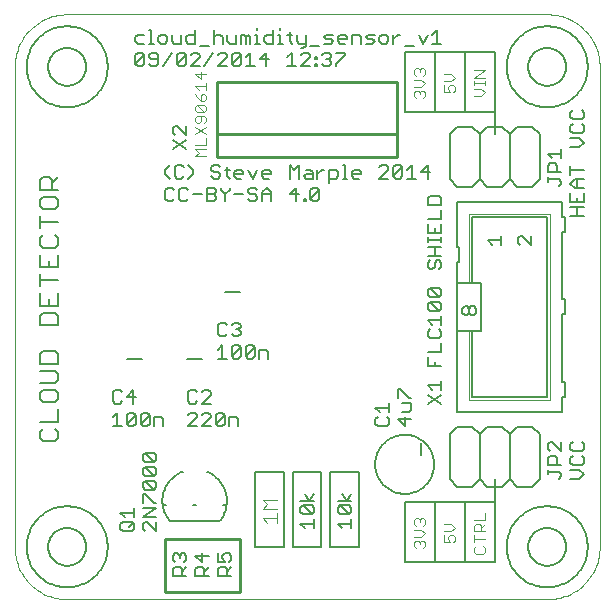
<source format=gto>
G75*
G70*
%OFA0B0*%
%FSLAX24Y24*%
%IPPOS*%
%LPD*%
%AMOC8*
5,1,8,0,0,1.08239X$1,22.5*
%
%ADD10C,0.0000*%
%ADD11C,0.0080*%
%ADD12C,0.0050*%
%ADD13C,0.0100*%
%ADD14C,0.0030*%
%ADD15C,0.0060*%
%ADD16C,0.0020*%
%ADD17C,0.0040*%
D10*
X001175Y002925D02*
X001175Y018925D01*
X001177Y019008D01*
X001183Y019091D01*
X001193Y019174D01*
X001207Y019256D01*
X001224Y019338D01*
X001246Y019418D01*
X001271Y019497D01*
X001300Y019575D01*
X001333Y019652D01*
X001370Y019727D01*
X001409Y019800D01*
X001453Y019871D01*
X001499Y019940D01*
X001549Y020007D01*
X001602Y020071D01*
X001658Y020133D01*
X001717Y020192D01*
X001779Y020248D01*
X001843Y020301D01*
X001910Y020351D01*
X001979Y020397D01*
X002050Y020441D01*
X002123Y020480D01*
X002198Y020517D01*
X002275Y020550D01*
X002353Y020579D01*
X002432Y020604D01*
X002512Y020626D01*
X002594Y020643D01*
X002676Y020657D01*
X002759Y020667D01*
X002842Y020673D01*
X002925Y020675D01*
X018925Y020675D01*
X019008Y020673D01*
X019091Y020667D01*
X019174Y020657D01*
X019256Y020643D01*
X019338Y020626D01*
X019418Y020604D01*
X019497Y020579D01*
X019575Y020550D01*
X019652Y020517D01*
X019727Y020480D01*
X019800Y020441D01*
X019871Y020397D01*
X019940Y020351D01*
X020007Y020301D01*
X020071Y020248D01*
X020133Y020192D01*
X020192Y020133D01*
X020248Y020071D01*
X020301Y020007D01*
X020351Y019940D01*
X020397Y019871D01*
X020441Y019800D01*
X020480Y019727D01*
X020517Y019652D01*
X020550Y019575D01*
X020579Y019497D01*
X020604Y019418D01*
X020626Y019338D01*
X020643Y019256D01*
X020657Y019174D01*
X020667Y019091D01*
X020673Y019008D01*
X020675Y018925D01*
X020675Y002925D01*
X020673Y002842D01*
X020667Y002759D01*
X020657Y002676D01*
X020643Y002594D01*
X020626Y002512D01*
X020604Y002432D01*
X020579Y002353D01*
X020550Y002275D01*
X020517Y002198D01*
X020480Y002123D01*
X020441Y002050D01*
X020397Y001979D01*
X020351Y001910D01*
X020301Y001843D01*
X020248Y001779D01*
X020192Y001717D01*
X020133Y001658D01*
X020071Y001602D01*
X020007Y001549D01*
X019940Y001499D01*
X019871Y001453D01*
X019800Y001409D01*
X019727Y001370D01*
X019652Y001333D01*
X019575Y001300D01*
X019497Y001271D01*
X019418Y001246D01*
X019338Y001224D01*
X019256Y001207D01*
X019174Y001193D01*
X019091Y001183D01*
X019008Y001177D01*
X018925Y001175D01*
X002925Y001175D01*
X002842Y001177D01*
X002759Y001183D01*
X002676Y001193D01*
X002594Y001207D01*
X002512Y001224D01*
X002432Y001246D01*
X002353Y001271D01*
X002275Y001300D01*
X002198Y001333D01*
X002123Y001370D01*
X002050Y001409D01*
X001979Y001453D01*
X001910Y001499D01*
X001843Y001549D01*
X001779Y001602D01*
X001717Y001658D01*
X001658Y001717D01*
X001602Y001779D01*
X001549Y001843D01*
X001499Y001910D01*
X001453Y001979D01*
X001409Y002050D01*
X001370Y002123D01*
X001333Y002198D01*
X001300Y002275D01*
X001271Y002353D01*
X001246Y002432D01*
X001224Y002512D01*
X001207Y002594D01*
X001193Y002676D01*
X001183Y002759D01*
X001177Y002842D01*
X001175Y002925D01*
D11*
X002295Y002925D02*
X002297Y002975D01*
X002303Y003025D01*
X002313Y003074D01*
X002327Y003122D01*
X002344Y003169D01*
X002365Y003214D01*
X002390Y003258D01*
X002418Y003299D01*
X002450Y003338D01*
X002484Y003375D01*
X002521Y003409D01*
X002561Y003439D01*
X002603Y003466D01*
X002647Y003490D01*
X002693Y003511D01*
X002740Y003527D01*
X002788Y003540D01*
X002838Y003549D01*
X002887Y003554D01*
X002938Y003555D01*
X002988Y003552D01*
X003037Y003545D01*
X003086Y003534D01*
X003134Y003519D01*
X003180Y003501D01*
X003225Y003479D01*
X003268Y003453D01*
X003309Y003424D01*
X003348Y003392D01*
X003384Y003357D01*
X003416Y003319D01*
X003446Y003279D01*
X003473Y003236D01*
X003496Y003192D01*
X003515Y003146D01*
X003531Y003098D01*
X003543Y003049D01*
X003551Y003000D01*
X003555Y002950D01*
X003555Y002900D01*
X003551Y002850D01*
X003543Y002801D01*
X003531Y002752D01*
X003515Y002704D01*
X003496Y002658D01*
X003473Y002614D01*
X003446Y002571D01*
X003416Y002531D01*
X003384Y002493D01*
X003348Y002458D01*
X003309Y002426D01*
X003268Y002397D01*
X003225Y002371D01*
X003180Y002349D01*
X003134Y002331D01*
X003086Y002316D01*
X003037Y002305D01*
X002988Y002298D01*
X002938Y002295D01*
X002887Y002296D01*
X002838Y002301D01*
X002788Y002310D01*
X002740Y002323D01*
X002693Y002339D01*
X002647Y002360D01*
X002603Y002384D01*
X002561Y002411D01*
X002521Y002441D01*
X002484Y002475D01*
X002450Y002512D01*
X002418Y002551D01*
X002390Y002592D01*
X002365Y002636D01*
X002344Y002681D01*
X002327Y002728D01*
X002313Y002776D01*
X002303Y002825D01*
X002297Y002875D01*
X002295Y002925D01*
X002118Y006453D02*
X002532Y006453D01*
X002635Y006557D01*
X002635Y006763D01*
X002532Y006867D01*
X002635Y007098D02*
X002635Y007511D01*
X002532Y007742D02*
X002635Y007846D01*
X002635Y008053D01*
X002532Y008156D01*
X002118Y008156D01*
X002014Y008053D01*
X002014Y007846D01*
X002118Y007742D01*
X002532Y007742D01*
X002532Y008387D02*
X002014Y008387D01*
X002014Y008800D02*
X002532Y008800D01*
X002635Y008697D01*
X002635Y008490D01*
X002532Y008387D01*
X002635Y009031D02*
X002014Y009031D01*
X002014Y009342D01*
X002118Y009445D01*
X002532Y009445D01*
X002635Y009342D01*
X002635Y009031D01*
X002635Y010320D02*
X002014Y010320D01*
X002014Y010631D01*
X002118Y010734D01*
X002532Y010734D01*
X002635Y010631D01*
X002635Y010320D01*
X002635Y010965D02*
X002014Y010965D01*
X002014Y011379D01*
X002014Y011610D02*
X002014Y012023D01*
X002014Y011816D02*
X002635Y011816D01*
X002635Y011379D02*
X002635Y010965D01*
X002325Y010965D02*
X002325Y011172D01*
X002325Y012254D02*
X002325Y012461D01*
X002635Y012254D02*
X002014Y012254D01*
X002014Y012668D01*
X002118Y012899D02*
X002532Y012899D01*
X002635Y013002D01*
X002635Y013209D01*
X002532Y013312D01*
X002118Y013312D02*
X002014Y013209D01*
X002014Y013002D01*
X002118Y012899D01*
X002014Y013543D02*
X002014Y013957D01*
X002014Y013750D02*
X002635Y013750D01*
X002532Y014188D02*
X002635Y014291D01*
X002635Y014498D01*
X002532Y014601D01*
X002118Y014601D01*
X002014Y014498D01*
X002014Y014291D01*
X002118Y014188D01*
X002532Y014188D01*
X002635Y014832D02*
X002014Y014832D01*
X002014Y015143D01*
X002118Y015246D01*
X002325Y015246D01*
X002428Y015143D01*
X002428Y014832D01*
X002428Y015039D02*
X002635Y015246D01*
X002635Y012668D02*
X002635Y012254D01*
X004925Y009175D02*
X005425Y009175D01*
X006925Y009175D02*
X007425Y009175D01*
X008175Y011425D02*
X008675Y011425D01*
X002635Y007098D02*
X002014Y007098D01*
X002118Y006867D02*
X002014Y006763D01*
X002014Y006557D01*
X002118Y006453D01*
X006130Y004325D02*
X006225Y004325D01*
X006350Y003775D02*
X008000Y003775D01*
X008125Y004325D02*
X008220Y004325D01*
X007215Y004325D02*
X007135Y004325D01*
X006351Y003775D02*
X006312Y003824D01*
X006275Y003875D01*
X006242Y003928D01*
X006212Y003982D01*
X006186Y004039D01*
X006163Y004097D01*
X006143Y004156D01*
X006127Y004217D01*
X006115Y004278D01*
X006106Y004340D01*
X006101Y004402D01*
X006100Y004465D01*
X006103Y004527D01*
X006109Y004590D01*
X006119Y004651D01*
X006133Y004712D01*
X006150Y004772D01*
X006171Y004831D01*
X006195Y004889D01*
X006223Y004945D01*
X006254Y004999D01*
X006289Y005051D01*
X006326Y005101D01*
X006366Y005149D01*
X006410Y005194D01*
X006455Y005237D01*
X006504Y005277D01*
X006554Y005313D01*
X006607Y005347D01*
X006661Y005378D01*
X006718Y005405D01*
X006775Y005428D01*
X007575Y005428D02*
X007632Y005405D01*
X007689Y005378D01*
X007743Y005347D01*
X007796Y005313D01*
X007846Y005277D01*
X007895Y005237D01*
X007940Y005194D01*
X007984Y005149D01*
X008024Y005101D01*
X008061Y005051D01*
X008096Y004999D01*
X008127Y004945D01*
X008155Y004889D01*
X008179Y004831D01*
X008200Y004772D01*
X008217Y004712D01*
X008231Y004651D01*
X008241Y004590D01*
X008247Y004527D01*
X008250Y004465D01*
X008249Y004402D01*
X008244Y004340D01*
X008235Y004278D01*
X008223Y004217D01*
X008207Y004156D01*
X008187Y004097D01*
X008164Y004039D01*
X008138Y003982D01*
X008108Y003928D01*
X008075Y003875D01*
X008038Y003824D01*
X007999Y003775D01*
X009203Y002935D02*
X009203Y005415D01*
X010147Y005415D01*
X010147Y002935D01*
X009203Y002935D01*
X010453Y002935D02*
X010453Y005415D01*
X011397Y005415D01*
X011397Y002935D01*
X010453Y002935D01*
X011703Y002935D02*
X011703Y005415D01*
X012647Y005415D01*
X012647Y002935D01*
X011703Y002935D01*
X014175Y002425D02*
X014175Y004425D01*
X015175Y004425D01*
X015175Y002425D01*
X016175Y002425D01*
X016175Y004425D01*
X017175Y004425D01*
X017175Y005175D01*
X017175Y004425D02*
X017175Y002425D01*
X016175Y002425D01*
X015175Y002425D02*
X014175Y002425D01*
X015175Y004425D02*
X016175Y004425D01*
X014725Y005975D02*
X014725Y006375D01*
X013191Y005675D02*
X013193Y005737D01*
X013199Y005800D01*
X013209Y005861D01*
X013223Y005922D01*
X013240Y005982D01*
X013261Y006041D01*
X013287Y006098D01*
X013315Y006153D01*
X013347Y006207D01*
X013383Y006258D01*
X013421Y006308D01*
X013463Y006354D01*
X013507Y006398D01*
X013555Y006439D01*
X013604Y006477D01*
X013656Y006511D01*
X013710Y006542D01*
X013766Y006570D01*
X013824Y006594D01*
X013883Y006615D01*
X013943Y006631D01*
X014004Y006644D01*
X014066Y006653D01*
X014128Y006658D01*
X014191Y006659D01*
X014253Y006656D01*
X014315Y006649D01*
X014377Y006638D01*
X014437Y006623D01*
X014497Y006605D01*
X014555Y006583D01*
X014612Y006557D01*
X014667Y006527D01*
X014720Y006494D01*
X014771Y006458D01*
X014819Y006419D01*
X014865Y006376D01*
X014908Y006331D01*
X014948Y006283D01*
X014985Y006233D01*
X015019Y006180D01*
X015050Y006126D01*
X015076Y006070D01*
X015100Y006012D01*
X015119Y005952D01*
X015135Y005892D01*
X015147Y005830D01*
X015155Y005769D01*
X015159Y005706D01*
X015159Y005644D01*
X015155Y005581D01*
X015147Y005520D01*
X015135Y005458D01*
X015119Y005398D01*
X015100Y005338D01*
X015076Y005280D01*
X015050Y005224D01*
X015019Y005170D01*
X014985Y005117D01*
X014948Y005067D01*
X014908Y005019D01*
X014865Y004974D01*
X014819Y004931D01*
X014771Y004892D01*
X014720Y004856D01*
X014667Y004823D01*
X014612Y004793D01*
X014555Y004767D01*
X014497Y004745D01*
X014437Y004727D01*
X014377Y004712D01*
X014315Y004701D01*
X014253Y004694D01*
X014191Y004691D01*
X014128Y004692D01*
X014066Y004697D01*
X014004Y004706D01*
X013943Y004719D01*
X013883Y004735D01*
X013824Y004756D01*
X013766Y004780D01*
X013710Y004808D01*
X013656Y004839D01*
X013604Y004873D01*
X013555Y004911D01*
X013507Y004952D01*
X013463Y004996D01*
X013421Y005042D01*
X013383Y005092D01*
X013347Y005143D01*
X013315Y005197D01*
X013287Y005252D01*
X013261Y005309D01*
X013240Y005368D01*
X013223Y005428D01*
X013209Y005489D01*
X013199Y005550D01*
X013193Y005613D01*
X013191Y005675D01*
X018295Y002925D02*
X018297Y002975D01*
X018303Y003025D01*
X018313Y003074D01*
X018327Y003122D01*
X018344Y003169D01*
X018365Y003214D01*
X018390Y003258D01*
X018418Y003299D01*
X018450Y003338D01*
X018484Y003375D01*
X018521Y003409D01*
X018561Y003439D01*
X018603Y003466D01*
X018647Y003490D01*
X018693Y003511D01*
X018740Y003527D01*
X018788Y003540D01*
X018838Y003549D01*
X018887Y003554D01*
X018938Y003555D01*
X018988Y003552D01*
X019037Y003545D01*
X019086Y003534D01*
X019134Y003519D01*
X019180Y003501D01*
X019225Y003479D01*
X019268Y003453D01*
X019309Y003424D01*
X019348Y003392D01*
X019384Y003357D01*
X019416Y003319D01*
X019446Y003279D01*
X019473Y003236D01*
X019496Y003192D01*
X019515Y003146D01*
X019531Y003098D01*
X019543Y003049D01*
X019551Y003000D01*
X019555Y002950D01*
X019555Y002900D01*
X019551Y002850D01*
X019543Y002801D01*
X019531Y002752D01*
X019515Y002704D01*
X019496Y002658D01*
X019473Y002614D01*
X019446Y002571D01*
X019416Y002531D01*
X019384Y002493D01*
X019348Y002458D01*
X019309Y002426D01*
X019268Y002397D01*
X019225Y002371D01*
X019180Y002349D01*
X019134Y002331D01*
X019086Y002316D01*
X019037Y002305D01*
X018988Y002298D01*
X018938Y002295D01*
X018887Y002296D01*
X018838Y002301D01*
X018788Y002310D01*
X018740Y002323D01*
X018693Y002339D01*
X018647Y002360D01*
X018603Y002384D01*
X018561Y002411D01*
X018521Y002441D01*
X018484Y002475D01*
X018450Y002512D01*
X018418Y002551D01*
X018390Y002592D01*
X018365Y002636D01*
X018344Y002681D01*
X018327Y002728D01*
X018313Y002776D01*
X018303Y002825D01*
X018297Y002875D01*
X018295Y002925D01*
X017175Y016675D02*
X017175Y017425D01*
X017175Y019425D01*
X016175Y019425D01*
X016175Y017425D01*
X017175Y017425D01*
X016175Y017425D02*
X015175Y017425D01*
X015175Y019425D01*
X016175Y019425D01*
X015175Y019425D02*
X014175Y019425D01*
X014175Y017425D01*
X015175Y017425D01*
X018295Y018925D02*
X018297Y018975D01*
X018303Y019025D01*
X018313Y019074D01*
X018327Y019122D01*
X018344Y019169D01*
X018365Y019214D01*
X018390Y019258D01*
X018418Y019299D01*
X018450Y019338D01*
X018484Y019375D01*
X018521Y019409D01*
X018561Y019439D01*
X018603Y019466D01*
X018647Y019490D01*
X018693Y019511D01*
X018740Y019527D01*
X018788Y019540D01*
X018838Y019549D01*
X018887Y019554D01*
X018938Y019555D01*
X018988Y019552D01*
X019037Y019545D01*
X019086Y019534D01*
X019134Y019519D01*
X019180Y019501D01*
X019225Y019479D01*
X019268Y019453D01*
X019309Y019424D01*
X019348Y019392D01*
X019384Y019357D01*
X019416Y019319D01*
X019446Y019279D01*
X019473Y019236D01*
X019496Y019192D01*
X019515Y019146D01*
X019531Y019098D01*
X019543Y019049D01*
X019551Y019000D01*
X019555Y018950D01*
X019555Y018900D01*
X019551Y018850D01*
X019543Y018801D01*
X019531Y018752D01*
X019515Y018704D01*
X019496Y018658D01*
X019473Y018614D01*
X019446Y018571D01*
X019416Y018531D01*
X019384Y018493D01*
X019348Y018458D01*
X019309Y018426D01*
X019268Y018397D01*
X019225Y018371D01*
X019180Y018349D01*
X019134Y018331D01*
X019086Y018316D01*
X019037Y018305D01*
X018988Y018298D01*
X018938Y018295D01*
X018887Y018296D01*
X018838Y018301D01*
X018788Y018310D01*
X018740Y018323D01*
X018693Y018339D01*
X018647Y018360D01*
X018603Y018384D01*
X018561Y018411D01*
X018521Y018441D01*
X018484Y018475D01*
X018450Y018512D01*
X018418Y018551D01*
X018390Y018592D01*
X018365Y018636D01*
X018344Y018681D01*
X018327Y018728D01*
X018313Y018776D01*
X018303Y018825D01*
X018297Y018875D01*
X018295Y018925D01*
X002295Y018925D02*
X002297Y018975D01*
X002303Y019025D01*
X002313Y019074D01*
X002327Y019122D01*
X002344Y019169D01*
X002365Y019214D01*
X002390Y019258D01*
X002418Y019299D01*
X002450Y019338D01*
X002484Y019375D01*
X002521Y019409D01*
X002561Y019439D01*
X002603Y019466D01*
X002647Y019490D01*
X002693Y019511D01*
X002740Y019527D01*
X002788Y019540D01*
X002838Y019549D01*
X002887Y019554D01*
X002938Y019555D01*
X002988Y019552D01*
X003037Y019545D01*
X003086Y019534D01*
X003134Y019519D01*
X003180Y019501D01*
X003225Y019479D01*
X003268Y019453D01*
X003309Y019424D01*
X003348Y019392D01*
X003384Y019357D01*
X003416Y019319D01*
X003446Y019279D01*
X003473Y019236D01*
X003496Y019192D01*
X003515Y019146D01*
X003531Y019098D01*
X003543Y019049D01*
X003551Y019000D01*
X003555Y018950D01*
X003555Y018900D01*
X003551Y018850D01*
X003543Y018801D01*
X003531Y018752D01*
X003515Y018704D01*
X003496Y018658D01*
X003473Y018614D01*
X003446Y018571D01*
X003416Y018531D01*
X003384Y018493D01*
X003348Y018458D01*
X003309Y018426D01*
X003268Y018397D01*
X003225Y018371D01*
X003180Y018349D01*
X003134Y018331D01*
X003086Y018316D01*
X003037Y018305D01*
X002988Y018298D01*
X002938Y018295D01*
X002887Y018296D01*
X002838Y018301D01*
X002788Y018310D01*
X002740Y018323D01*
X002693Y018339D01*
X002647Y018360D01*
X002603Y018384D01*
X002561Y018411D01*
X002521Y018441D01*
X002484Y018475D01*
X002450Y018512D01*
X002418Y018551D01*
X002390Y018592D01*
X002365Y018636D01*
X002344Y018681D01*
X002327Y018728D01*
X002313Y018776D01*
X002303Y018825D01*
X002297Y018875D01*
X002295Y018925D01*
D12*
X005200Y019025D02*
X005500Y019325D01*
X005500Y019025D01*
X005425Y018950D01*
X005275Y018950D01*
X005200Y019025D01*
X005200Y019325D01*
X005275Y019400D01*
X005425Y019400D01*
X005500Y019325D01*
X005660Y019325D02*
X005660Y019250D01*
X005735Y019175D01*
X005961Y019175D01*
X005961Y019025D02*
X005961Y019325D01*
X005886Y019400D01*
X005735Y019400D01*
X005660Y019325D01*
X005660Y019025D02*
X005735Y018950D01*
X005886Y018950D01*
X005961Y019025D01*
X006121Y018950D02*
X006421Y019400D01*
X006581Y019325D02*
X006581Y019025D01*
X006881Y019325D01*
X006881Y019025D01*
X006806Y018950D01*
X006656Y018950D01*
X006581Y019025D01*
X006581Y019325D02*
X006656Y019400D01*
X006806Y019400D01*
X006881Y019325D01*
X007042Y019325D02*
X007117Y019400D01*
X007267Y019400D01*
X007342Y019325D01*
X007342Y019250D01*
X007042Y018950D01*
X007342Y018950D01*
X007502Y018950D02*
X007802Y019400D01*
X007962Y019325D02*
X008037Y019400D01*
X008188Y019400D01*
X008263Y019325D01*
X008263Y019250D01*
X007962Y018950D01*
X008263Y018950D01*
X008423Y019025D02*
X008723Y019325D01*
X008723Y019025D01*
X008648Y018950D01*
X008498Y018950D01*
X008423Y019025D01*
X008423Y019325D01*
X008498Y019400D01*
X008648Y019400D01*
X008723Y019325D01*
X008883Y019250D02*
X009033Y019400D01*
X009033Y018950D01*
X008883Y018950D02*
X009183Y018950D01*
X009344Y019175D02*
X009644Y019175D01*
X009569Y018950D02*
X009569Y019400D01*
X009344Y019175D01*
X009340Y019700D02*
X009190Y019700D01*
X009265Y019700D02*
X009265Y020000D01*
X009190Y020000D01*
X009265Y020150D02*
X009265Y020225D01*
X009497Y019925D02*
X009572Y020000D01*
X009797Y020000D01*
X009797Y020150D02*
X009797Y019700D01*
X009572Y019700D01*
X009497Y019775D01*
X009497Y019925D01*
X009957Y020000D02*
X010032Y020000D01*
X010032Y019700D01*
X009957Y019700D02*
X010108Y019700D01*
X010339Y019775D02*
X010339Y020075D01*
X010264Y020000D02*
X010414Y020000D01*
X010571Y020000D02*
X010571Y019775D01*
X010646Y019700D01*
X010871Y019700D01*
X010871Y019625D02*
X010796Y019550D01*
X010721Y019550D01*
X010871Y019625D02*
X010871Y020000D01*
X011032Y019625D02*
X011332Y019625D01*
X011492Y019700D02*
X011717Y019700D01*
X011792Y019775D01*
X011717Y019850D01*
X011567Y019850D01*
X011492Y019925D01*
X011567Y020000D01*
X011792Y020000D01*
X011952Y019925D02*
X011952Y019775D01*
X012027Y019700D01*
X012178Y019700D01*
X012253Y019850D02*
X012253Y019925D01*
X012178Y020000D01*
X012027Y020000D01*
X011952Y019925D01*
X011952Y019850D02*
X012253Y019850D01*
X012413Y019700D02*
X012413Y020000D01*
X012638Y020000D01*
X012713Y019925D01*
X012713Y019700D01*
X012873Y019700D02*
X013098Y019700D01*
X013173Y019775D01*
X013098Y019850D01*
X012948Y019850D01*
X012873Y019925D01*
X012948Y020000D01*
X013173Y020000D01*
X013334Y019925D02*
X013334Y019775D01*
X013409Y019700D01*
X013559Y019700D01*
X013634Y019775D01*
X013634Y019925D01*
X013559Y020000D01*
X013409Y020000D01*
X013334Y019925D01*
X013794Y019850D02*
X013944Y020000D01*
X014019Y020000D01*
X013794Y020000D02*
X013794Y019700D01*
X014178Y019625D02*
X014478Y019625D01*
X014788Y019700D02*
X014938Y020000D01*
X015098Y020000D02*
X015249Y020150D01*
X015249Y019700D01*
X015399Y019700D02*
X015098Y019700D01*
X014788Y019700D02*
X014638Y020000D01*
X012176Y019400D02*
X012176Y019325D01*
X011876Y019025D01*
X011876Y018950D01*
X011716Y019025D02*
X011640Y018950D01*
X011490Y018950D01*
X011415Y019025D01*
X011260Y019025D02*
X011260Y018950D01*
X011185Y018950D01*
X011185Y019025D01*
X011260Y019025D01*
X011260Y019175D02*
X011185Y019175D01*
X011185Y019250D01*
X011260Y019250D01*
X011260Y019175D01*
X011415Y019325D02*
X011490Y019400D01*
X011640Y019400D01*
X011716Y019325D01*
X011716Y019250D01*
X011640Y019175D01*
X011716Y019100D01*
X011716Y019025D01*
X011640Y019175D02*
X011565Y019175D01*
X011876Y019400D02*
X012176Y019400D01*
X011025Y019325D02*
X010950Y019400D01*
X010800Y019400D01*
X010725Y019325D01*
X011025Y019325D02*
X011025Y019250D01*
X010725Y018950D01*
X011025Y018950D01*
X010565Y018950D02*
X010264Y018950D01*
X010414Y018950D02*
X010414Y019400D01*
X010264Y019250D01*
X010414Y019700D02*
X010339Y019775D01*
X010032Y020150D02*
X010032Y020225D01*
X009030Y019925D02*
X009030Y019700D01*
X008880Y019700D02*
X008880Y019925D01*
X008955Y020000D01*
X009030Y019925D01*
X008880Y019925D02*
X008805Y020000D01*
X008730Y020000D01*
X008730Y019700D01*
X008570Y019700D02*
X008570Y020000D01*
X008570Y019700D02*
X008344Y019700D01*
X008269Y019775D01*
X008269Y020000D01*
X008109Y019925D02*
X008109Y019700D01*
X008109Y019925D02*
X008034Y020000D01*
X007884Y020000D01*
X007809Y019925D01*
X007809Y020150D02*
X007809Y019700D01*
X007649Y019625D02*
X007348Y019625D01*
X007188Y019700D02*
X006963Y019700D01*
X006888Y019775D01*
X006888Y019925D01*
X006963Y020000D01*
X007188Y020000D01*
X007188Y020150D02*
X007188Y019700D01*
X006728Y019700D02*
X006728Y020000D01*
X006728Y019700D02*
X006503Y019700D01*
X006428Y019775D01*
X006428Y020000D01*
X006268Y019925D02*
X006268Y019775D01*
X006193Y019700D01*
X006042Y019700D01*
X005967Y019775D01*
X005967Y019925D01*
X006042Y020000D01*
X006193Y020000D01*
X006268Y019925D01*
X005811Y019700D02*
X005660Y019700D01*
X005735Y019700D02*
X005735Y020150D01*
X005660Y020150D01*
X005500Y020000D02*
X005275Y020000D01*
X005200Y019925D01*
X005200Y019775D01*
X005275Y019700D01*
X005500Y019700D01*
X006525Y016961D02*
X006450Y016886D01*
X006450Y016735D01*
X006525Y016660D01*
X006450Y016500D02*
X006900Y016200D01*
X006900Y016500D02*
X006450Y016200D01*
X006900Y016660D02*
X006600Y016961D01*
X006525Y016961D01*
X006900Y016961D02*
X006900Y016660D01*
X006967Y015650D02*
X007117Y015500D01*
X007117Y015350D01*
X006967Y015200D01*
X006807Y015275D02*
X006732Y015200D01*
X006582Y015200D01*
X006507Y015275D01*
X006507Y015575D01*
X006582Y015650D01*
X006732Y015650D01*
X006807Y015575D01*
X006350Y015650D02*
X006200Y015500D01*
X006200Y015350D01*
X006350Y015200D01*
X006275Y014900D02*
X006200Y014825D01*
X006200Y014525D01*
X006275Y014450D01*
X006425Y014450D01*
X006500Y014525D01*
X006660Y014525D02*
X006660Y014825D01*
X006735Y014900D01*
X006886Y014900D01*
X006961Y014825D01*
X007121Y014675D02*
X007421Y014675D01*
X007581Y014675D02*
X007806Y014675D01*
X007881Y014600D01*
X007881Y014525D01*
X007806Y014450D01*
X007581Y014450D01*
X007581Y014900D01*
X007806Y014900D01*
X007881Y014825D01*
X007881Y014750D01*
X007806Y014675D01*
X008042Y014825D02*
X008042Y014900D01*
X008042Y014825D02*
X008192Y014675D01*
X008192Y014450D01*
X008192Y014675D02*
X008342Y014825D01*
X008342Y014900D01*
X008502Y014675D02*
X008802Y014675D01*
X008962Y014750D02*
X009037Y014675D01*
X009188Y014675D01*
X009263Y014600D01*
X009263Y014525D01*
X009188Y014450D01*
X009037Y014450D01*
X008962Y014525D01*
X008962Y014750D02*
X008962Y014825D01*
X009037Y014900D01*
X009188Y014900D01*
X009263Y014825D01*
X009423Y014750D02*
X009423Y014450D01*
X009423Y014675D02*
X009723Y014675D01*
X009723Y014750D02*
X009723Y014450D01*
X009723Y014750D02*
X009573Y014900D01*
X009423Y014750D01*
X009498Y015200D02*
X009423Y015275D01*
X009423Y015425D01*
X009498Y015500D01*
X009648Y015500D01*
X009723Y015425D01*
X009723Y015350D01*
X009423Y015350D01*
X009498Y015200D02*
X009648Y015200D01*
X009263Y015500D02*
X009112Y015200D01*
X008962Y015500D01*
X008802Y015425D02*
X008802Y015350D01*
X008502Y015350D01*
X008502Y015275D02*
X008502Y015425D01*
X008577Y015500D01*
X008727Y015500D01*
X008802Y015425D01*
X008727Y015200D02*
X008577Y015200D01*
X008502Y015275D01*
X008345Y015200D02*
X008270Y015275D01*
X008270Y015575D01*
X008195Y015500D02*
X008345Y015500D01*
X008035Y015575D02*
X007960Y015650D01*
X007810Y015650D01*
X007735Y015575D01*
X007735Y015500D01*
X007810Y015425D01*
X007960Y015425D01*
X008035Y015350D01*
X008035Y015275D01*
X007960Y015200D01*
X007810Y015200D01*
X007735Y015275D01*
X006961Y014525D02*
X006886Y014450D01*
X006735Y014450D01*
X006660Y014525D01*
X006500Y014825D02*
X006425Y014900D01*
X006275Y014900D01*
X010344Y014675D02*
X010644Y014675D01*
X010804Y014525D02*
X010879Y014525D01*
X010879Y014450D01*
X010804Y014450D01*
X010804Y014525D01*
X011034Y014525D02*
X011034Y014825D01*
X011109Y014900D01*
X011259Y014900D01*
X011334Y014825D01*
X011034Y014525D01*
X011109Y014450D01*
X011259Y014450D01*
X011334Y014525D01*
X011334Y014825D01*
X011264Y015200D02*
X011264Y015500D01*
X011264Y015350D02*
X011414Y015500D01*
X011490Y015500D01*
X011648Y015500D02*
X011873Y015500D01*
X011948Y015425D01*
X011948Y015275D01*
X011873Y015200D01*
X011648Y015200D01*
X011648Y015050D02*
X011648Y015500D01*
X012108Y015650D02*
X012183Y015650D01*
X012183Y015200D01*
X012108Y015200D02*
X012258Y015200D01*
X012415Y015275D02*
X012415Y015425D01*
X012490Y015500D01*
X012640Y015500D01*
X012716Y015425D01*
X012716Y015350D01*
X012415Y015350D01*
X012415Y015275D02*
X012490Y015200D01*
X012640Y015200D01*
X013336Y015200D02*
X013636Y015500D01*
X013636Y015575D01*
X013561Y015650D01*
X013411Y015650D01*
X013336Y015575D01*
X013336Y015200D02*
X013636Y015200D01*
X013796Y015275D02*
X014097Y015575D01*
X014097Y015275D01*
X014022Y015200D01*
X013872Y015200D01*
X013796Y015275D01*
X013796Y015575D01*
X013872Y015650D01*
X014022Y015650D01*
X014097Y015575D01*
X014257Y015500D02*
X014407Y015650D01*
X014407Y015200D01*
X014257Y015200D02*
X014557Y015200D01*
X014717Y015425D02*
X015018Y015425D01*
X014942Y015200D02*
X014942Y015650D01*
X014717Y015425D01*
X015025Y014622D02*
X014950Y014546D01*
X014950Y014321D01*
X015400Y014321D01*
X015400Y014546D01*
X015325Y014622D01*
X015025Y014622D01*
X015400Y014161D02*
X015400Y013861D01*
X014950Y013861D01*
X014950Y013701D02*
X014950Y013400D01*
X015400Y013400D01*
X015400Y013701D01*
X015175Y013551D02*
X015175Y013400D01*
X015400Y013244D02*
X015400Y013094D01*
X015400Y013169D02*
X014950Y013169D01*
X014950Y013094D02*
X014950Y013244D01*
X014950Y012933D02*
X015400Y012933D01*
X015175Y012933D02*
X015175Y012633D01*
X015250Y012473D02*
X015325Y012473D01*
X015400Y012398D01*
X015400Y012248D01*
X015325Y012173D01*
X015175Y012248D02*
X015175Y012398D01*
X015250Y012473D01*
X015400Y012633D02*
X014950Y012633D01*
X015025Y012473D02*
X014950Y012398D01*
X014950Y012248D01*
X015025Y012173D01*
X015100Y012173D01*
X015175Y012248D01*
X015025Y011552D02*
X015325Y011552D01*
X015400Y011477D01*
X015400Y011327D01*
X015325Y011252D01*
X015025Y011552D01*
X014950Y011477D01*
X014950Y011327D01*
X015025Y011252D01*
X015325Y011252D01*
X015325Y011092D02*
X015400Y011017D01*
X015400Y010867D01*
X015325Y010792D01*
X015025Y011092D01*
X015325Y011092D01*
X015325Y010792D02*
X015025Y010792D01*
X014950Y010867D01*
X014950Y011017D01*
X015025Y011092D01*
X015400Y010631D02*
X015400Y010331D01*
X015400Y010481D02*
X014950Y010481D01*
X015100Y010331D01*
X015025Y010171D02*
X014950Y010096D01*
X014950Y009946D01*
X015025Y009871D01*
X015325Y009871D01*
X015400Y009946D01*
X015400Y010096D01*
X015325Y010171D01*
X015400Y009711D02*
X015400Y009410D01*
X014950Y009410D01*
X014950Y009250D02*
X014950Y008950D01*
X015400Y008950D01*
X015175Y008950D02*
X015175Y009100D01*
X015400Y008461D02*
X015400Y008160D01*
X015400Y008311D02*
X014950Y008311D01*
X015100Y008160D01*
X014950Y008000D02*
X015400Y007700D01*
X015400Y008000D02*
X014950Y007700D01*
X014400Y007711D02*
X014400Y007485D01*
X014325Y007410D01*
X014100Y007410D01*
X014175Y007250D02*
X014175Y006950D01*
X013950Y007175D01*
X014400Y007175D01*
X014400Y007711D02*
X014100Y007711D01*
X013950Y007871D02*
X013950Y008171D01*
X014025Y008171D01*
X014325Y007871D01*
X014400Y007871D01*
X013650Y007711D02*
X013650Y007410D01*
X013650Y007561D02*
X013200Y007561D01*
X013350Y007410D01*
X013275Y007250D02*
X013200Y007175D01*
X013200Y007025D01*
X013275Y006950D01*
X013575Y006950D01*
X013650Y007025D01*
X013650Y007175D01*
X013575Y007250D01*
X012400Y004694D02*
X012250Y004469D01*
X012100Y004694D01*
X011950Y004469D02*
X012400Y004469D01*
X012325Y004308D02*
X012025Y004308D01*
X012325Y004008D01*
X012400Y004083D01*
X012400Y004233D01*
X012325Y004308D01*
X012325Y004008D02*
X012025Y004008D01*
X011950Y004083D01*
X011950Y004233D01*
X012025Y004308D01*
X012400Y003848D02*
X012400Y003548D01*
X012400Y003698D02*
X011950Y003698D01*
X012100Y003548D01*
X011150Y003548D02*
X011150Y003848D01*
X011150Y003698D02*
X010700Y003698D01*
X010850Y003548D01*
X010775Y004008D02*
X010700Y004083D01*
X010700Y004233D01*
X010775Y004308D01*
X011075Y004008D01*
X011150Y004083D01*
X011150Y004233D01*
X011075Y004308D01*
X010775Y004308D01*
X010700Y004469D02*
X011150Y004469D01*
X011000Y004469D02*
X011150Y004694D01*
X011000Y004469D02*
X010850Y004694D01*
X010775Y004008D02*
X011075Y004008D01*
X008400Y002636D02*
X008400Y002485D01*
X008325Y002410D01*
X008175Y002410D02*
X008100Y002561D01*
X008100Y002636D01*
X008175Y002711D01*
X008325Y002711D01*
X008400Y002636D01*
X008175Y002410D02*
X007950Y002410D01*
X007950Y002711D01*
X007650Y002636D02*
X007200Y002636D01*
X007425Y002410D01*
X007425Y002711D01*
X007425Y002250D02*
X007500Y002175D01*
X007500Y001950D01*
X007650Y001950D02*
X007200Y001950D01*
X007200Y002175D01*
X007275Y002250D01*
X007425Y002250D01*
X007500Y002100D02*
X007650Y002250D01*
X007950Y002175D02*
X008025Y002250D01*
X008175Y002250D01*
X008250Y002175D01*
X008250Y001950D01*
X008400Y001950D02*
X007950Y001950D01*
X007950Y002175D01*
X008250Y002100D02*
X008400Y002250D01*
X006900Y002250D02*
X006750Y002100D01*
X006750Y002175D02*
X006750Y001950D01*
X006900Y001950D02*
X006450Y001950D01*
X006450Y002175D01*
X006525Y002250D01*
X006675Y002250D01*
X006750Y002175D01*
X006825Y002410D02*
X006900Y002485D01*
X006900Y002636D01*
X006825Y002711D01*
X006750Y002711D01*
X006675Y002636D01*
X006675Y002561D01*
X006675Y002636D02*
X006600Y002711D01*
X006525Y002711D01*
X006450Y002636D01*
X006450Y002485D01*
X006525Y002410D01*
X005900Y003450D02*
X005600Y003750D01*
X005525Y003750D01*
X005450Y003675D01*
X005450Y003525D01*
X005525Y003450D01*
X005900Y003450D02*
X005900Y003750D01*
X005900Y003910D02*
X005450Y003910D01*
X005900Y004211D01*
X005450Y004211D01*
X005450Y004371D02*
X005450Y004671D01*
X005525Y004671D01*
X005825Y004371D01*
X005900Y004371D01*
X005825Y004831D02*
X005525Y004831D01*
X005450Y004906D01*
X005450Y005056D01*
X005525Y005131D01*
X005825Y004831D01*
X005900Y004906D01*
X005900Y005056D01*
X005825Y005131D01*
X005525Y005131D01*
X005525Y005292D02*
X005450Y005367D01*
X005450Y005517D01*
X005525Y005592D01*
X005825Y005292D01*
X005900Y005367D01*
X005900Y005517D01*
X005825Y005592D01*
X005525Y005592D01*
X005525Y005752D02*
X005450Y005827D01*
X005450Y005977D01*
X005525Y006052D01*
X005825Y005752D01*
X005900Y005827D01*
X005900Y005977D01*
X005825Y006052D01*
X005525Y006052D01*
X005525Y005752D02*
X005825Y005752D01*
X005825Y005292D02*
X005525Y005292D01*
X005150Y004211D02*
X005150Y003910D01*
X005150Y004061D02*
X004700Y004061D01*
X004850Y003910D01*
X004775Y003750D02*
X004700Y003675D01*
X004700Y003525D01*
X004775Y003450D01*
X005075Y003450D01*
X005150Y003525D01*
X005150Y003675D01*
X005075Y003750D01*
X004775Y003750D01*
X005000Y003600D02*
X005150Y003750D01*
X005136Y006950D02*
X004985Y006950D01*
X004910Y007025D01*
X005211Y007325D01*
X005211Y007025D01*
X005136Y006950D01*
X004910Y007025D02*
X004910Y007325D01*
X004985Y007400D01*
X005136Y007400D01*
X005211Y007325D01*
X005371Y007325D02*
X005371Y007025D01*
X005671Y007325D01*
X005671Y007025D01*
X005596Y006950D01*
X005446Y006950D01*
X005371Y007025D01*
X005371Y007325D02*
X005446Y007400D01*
X005596Y007400D01*
X005671Y007325D01*
X005831Y007250D02*
X006056Y007250D01*
X006131Y007175D01*
X006131Y006950D01*
X005831Y006950D02*
X005831Y007250D01*
X005136Y007700D02*
X005136Y008150D01*
X004910Y007925D01*
X005211Y007925D01*
X004750Y007775D02*
X004675Y007700D01*
X004525Y007700D01*
X004450Y007775D01*
X004450Y008075D01*
X004525Y008150D01*
X004675Y008150D01*
X004750Y008075D01*
X004600Y007400D02*
X004450Y007250D01*
X004600Y007400D02*
X004600Y006950D01*
X004450Y006950D02*
X004750Y006950D01*
X006950Y006950D02*
X007250Y007250D01*
X007250Y007325D01*
X007175Y007400D01*
X007025Y007400D01*
X006950Y007325D01*
X006950Y006950D02*
X007250Y006950D01*
X007410Y006950D02*
X007711Y007250D01*
X007711Y007325D01*
X007636Y007400D01*
X007485Y007400D01*
X007410Y007325D01*
X007410Y006950D02*
X007711Y006950D01*
X007871Y007025D02*
X008171Y007325D01*
X008171Y007025D01*
X008096Y006950D01*
X007946Y006950D01*
X007871Y007025D01*
X007871Y007325D01*
X007946Y007400D01*
X008096Y007400D01*
X008171Y007325D01*
X008331Y007250D02*
X008556Y007250D01*
X008631Y007175D01*
X008631Y006950D01*
X008331Y006950D02*
X008331Y007250D01*
X007711Y007700D02*
X007410Y007700D01*
X007711Y008000D01*
X007711Y008075D01*
X007636Y008150D01*
X007485Y008150D01*
X007410Y008075D01*
X007250Y008075D02*
X007175Y008150D01*
X007025Y008150D01*
X006950Y008075D01*
X006950Y007775D01*
X007025Y007700D01*
X007175Y007700D01*
X007250Y007775D01*
X007950Y009200D02*
X008250Y009200D01*
X008100Y009200D02*
X008100Y009650D01*
X007950Y009500D01*
X008025Y009950D02*
X008175Y009950D01*
X008250Y010025D01*
X008410Y010025D02*
X008485Y009950D01*
X008636Y009950D01*
X008711Y010025D01*
X008711Y010100D01*
X008636Y010175D01*
X008561Y010175D01*
X008636Y010175D02*
X008711Y010250D01*
X008711Y010325D01*
X008636Y010400D01*
X008485Y010400D01*
X008410Y010325D01*
X008250Y010325D02*
X008175Y010400D01*
X008025Y010400D01*
X007950Y010325D01*
X007950Y010025D01*
X008025Y009950D01*
X008410Y009575D02*
X008485Y009650D01*
X008636Y009650D01*
X008711Y009575D01*
X008410Y009275D01*
X008485Y009200D01*
X008636Y009200D01*
X008711Y009275D01*
X008711Y009575D01*
X008871Y009575D02*
X008871Y009275D01*
X009171Y009575D01*
X009171Y009275D01*
X009096Y009200D01*
X008946Y009200D01*
X008871Y009275D01*
X008871Y009575D02*
X008946Y009650D01*
X009096Y009650D01*
X009171Y009575D01*
X009331Y009500D02*
X009331Y009200D01*
X009331Y009500D02*
X009556Y009500D01*
X009631Y009425D01*
X009631Y009200D01*
X008410Y009275D02*
X008410Y009575D01*
X010569Y014450D02*
X010569Y014900D01*
X010344Y014675D01*
X010344Y015200D02*
X010344Y015650D01*
X010494Y015500D01*
X010644Y015650D01*
X010644Y015200D01*
X010804Y015275D02*
X010879Y015350D01*
X011104Y015350D01*
X011104Y015425D02*
X011104Y015200D01*
X010879Y015200D01*
X010804Y015275D01*
X010879Y015500D02*
X011029Y015500D01*
X011104Y015425D01*
X016100Y010865D02*
X016175Y010940D01*
X016250Y010940D01*
X016325Y010865D01*
X016325Y010715D01*
X016250Y010640D01*
X016175Y010640D01*
X016100Y010715D01*
X016100Y010865D01*
X016325Y010865D02*
X016400Y010940D01*
X016475Y010940D01*
X016550Y010865D01*
X016550Y010715D01*
X016475Y010640D01*
X016400Y010640D01*
X016325Y010715D01*
X017100Y012990D02*
X016950Y013140D01*
X017400Y013140D01*
X017400Y012990D02*
X017400Y013290D01*
X017950Y013215D02*
X017950Y013065D01*
X018025Y012990D01*
X017950Y013215D02*
X018025Y013290D01*
X018100Y013290D01*
X018400Y012990D01*
X018400Y013290D01*
X019700Y013950D02*
X020150Y013950D01*
X019925Y013950D02*
X019925Y014250D01*
X019925Y014410D02*
X019925Y014561D01*
X020150Y014410D02*
X020150Y014711D01*
X020150Y014871D02*
X019850Y014871D01*
X019700Y015021D01*
X019850Y015171D01*
X020150Y015171D01*
X019925Y015171D02*
X019925Y014871D01*
X019700Y014711D02*
X019700Y014410D01*
X020150Y014410D01*
X020150Y014250D02*
X019700Y014250D01*
X019325Y014950D02*
X019400Y015025D01*
X019400Y015100D01*
X019325Y015175D01*
X018950Y015175D01*
X018950Y015100D02*
X018950Y015250D01*
X018950Y015410D02*
X018950Y015636D01*
X019025Y015711D01*
X019175Y015711D01*
X019250Y015636D01*
X019250Y015410D01*
X019400Y015410D02*
X018950Y015410D01*
X019100Y015871D02*
X018950Y016021D01*
X019400Y016021D01*
X019400Y015871D02*
X019400Y016171D01*
X019700Y016252D02*
X020000Y016252D01*
X020150Y016402D01*
X020000Y016552D01*
X019700Y016552D01*
X019775Y016712D02*
X020075Y016712D01*
X020150Y016787D01*
X020150Y016938D01*
X020075Y017013D01*
X020075Y017173D02*
X019775Y017173D01*
X019700Y017248D01*
X019700Y017398D01*
X019775Y017473D01*
X020075Y017473D02*
X020150Y017398D01*
X020150Y017248D01*
X020075Y017173D01*
X019775Y017013D02*
X019700Y016938D01*
X019700Y016787D01*
X019775Y016712D01*
X019700Y015631D02*
X019700Y015331D01*
X019700Y015481D02*
X020150Y015481D01*
X020075Y006421D02*
X020150Y006346D01*
X020150Y006196D01*
X020075Y006121D01*
X019775Y006121D01*
X019700Y006196D01*
X019700Y006346D01*
X019775Y006421D01*
X019400Y006421D02*
X019400Y006121D01*
X019100Y006421D01*
X019025Y006421D01*
X018950Y006346D01*
X018950Y006196D01*
X019025Y006121D01*
X019025Y005961D02*
X019175Y005961D01*
X019250Y005886D01*
X019250Y005660D01*
X019400Y005660D02*
X018950Y005660D01*
X018950Y005886D01*
X019025Y005961D01*
X018950Y005500D02*
X018950Y005350D01*
X018950Y005425D02*
X019325Y005425D01*
X019400Y005350D01*
X019400Y005275D01*
X019325Y005200D01*
X019700Y005200D02*
X020000Y005200D01*
X020150Y005350D01*
X020000Y005500D01*
X019700Y005500D01*
X019775Y005660D02*
X020075Y005660D01*
X020150Y005735D01*
X020150Y005886D01*
X020075Y005961D01*
X019775Y005961D02*
X019700Y005886D01*
X019700Y005735D01*
X019775Y005660D01*
D13*
X013925Y015925D02*
X013925Y016675D01*
X007925Y016675D01*
X007925Y018425D01*
X013925Y018425D01*
X013925Y016675D01*
X013925Y015925D02*
X007925Y015925D01*
X007925Y016675D01*
X008675Y003175D02*
X006175Y003175D01*
X006175Y001425D01*
X008675Y001425D01*
X008675Y003175D01*
D14*
X014490Y003256D02*
X014737Y003256D01*
X014860Y003379D01*
X014737Y003503D01*
X014490Y003503D01*
X014551Y003624D02*
X014490Y003686D01*
X014490Y003809D01*
X014551Y003871D01*
X014613Y003871D01*
X014675Y003809D01*
X014737Y003871D01*
X014798Y003871D01*
X014860Y003809D01*
X014860Y003686D01*
X014798Y003624D01*
X014675Y003748D02*
X014675Y003809D01*
X014737Y003134D02*
X014798Y003134D01*
X014860Y003073D01*
X014860Y002949D01*
X014798Y002888D01*
X014675Y003011D02*
X014675Y003073D01*
X014737Y003134D01*
X014675Y003073D02*
X014613Y003134D01*
X014551Y003134D01*
X014490Y003073D01*
X014490Y002949D01*
X014551Y002888D01*
X015490Y003072D02*
X015675Y003072D01*
X015613Y003195D01*
X015613Y003257D01*
X015675Y003319D01*
X015798Y003319D01*
X015860Y003257D01*
X015860Y003133D01*
X015798Y003072D01*
X015737Y003440D02*
X015860Y003563D01*
X015737Y003687D01*
X015490Y003687D01*
X015490Y003440D02*
X015737Y003440D01*
X015490Y003319D02*
X015490Y003072D01*
X016490Y003072D02*
X016490Y003319D01*
X016490Y003440D02*
X016490Y003625D01*
X016551Y003687D01*
X016675Y003687D01*
X016737Y003625D01*
X016737Y003440D01*
X016860Y003440D02*
X016490Y003440D01*
X016490Y003195D02*
X016860Y003195D01*
X016798Y002950D02*
X016860Y002889D01*
X016860Y002765D01*
X016798Y002703D01*
X016551Y002703D01*
X016490Y002765D01*
X016490Y002889D01*
X016551Y002950D01*
X016737Y003563D02*
X016860Y003687D01*
X016860Y003808D02*
X016860Y004055D01*
X016860Y003808D02*
X016490Y003808D01*
X014798Y017888D02*
X014860Y017949D01*
X014860Y018073D01*
X014798Y018134D01*
X014737Y018134D01*
X014675Y018073D01*
X014675Y018011D01*
X014675Y018073D02*
X014613Y018134D01*
X014551Y018134D01*
X014490Y018073D01*
X014490Y017949D01*
X014551Y017888D01*
X014490Y018256D02*
X014737Y018256D01*
X014860Y018379D01*
X014737Y018503D01*
X014490Y018503D01*
X014551Y018624D02*
X014490Y018686D01*
X014490Y018809D01*
X014551Y018871D01*
X014613Y018871D01*
X014675Y018809D01*
X014737Y018871D01*
X014798Y018871D01*
X014860Y018809D01*
X014860Y018686D01*
X014798Y018624D01*
X014675Y018748D02*
X014675Y018809D01*
X015490Y018687D02*
X015737Y018687D01*
X015860Y018563D01*
X015737Y018440D01*
X015490Y018440D01*
X015490Y018319D02*
X015490Y018072D01*
X015675Y018072D01*
X015613Y018195D01*
X015613Y018257D01*
X015675Y018319D01*
X015798Y018319D01*
X015860Y018257D01*
X015860Y018133D01*
X015798Y018072D01*
X016490Y017949D02*
X016737Y017949D01*
X016860Y018072D01*
X016737Y018196D01*
X016490Y018196D01*
X016490Y018317D02*
X016490Y018441D01*
X016490Y018379D02*
X016860Y018379D01*
X016860Y018317D02*
X016860Y018441D01*
X016860Y018563D02*
X016490Y018563D01*
X016860Y018810D01*
X016490Y018810D01*
D15*
X016425Y016925D02*
X015925Y016925D01*
X015675Y016675D01*
X015675Y015175D01*
X015925Y014925D01*
X016425Y014925D01*
X016675Y015175D01*
X016675Y016675D01*
X016925Y016925D01*
X017425Y016925D01*
X017675Y016675D01*
X017925Y016925D01*
X018425Y016925D01*
X018675Y016675D01*
X018675Y015175D01*
X018425Y014925D01*
X017925Y014925D01*
X017675Y015175D01*
X017675Y016675D01*
X016675Y016675D02*
X016425Y016925D01*
X016675Y015175D02*
X016925Y014925D01*
X017425Y014925D01*
X017675Y015175D01*
X016425Y013925D02*
X016425Y011725D01*
X016325Y011725D01*
X015925Y011725D01*
X015925Y012425D01*
X015975Y012425D01*
X015975Y012925D01*
X015925Y012925D01*
X015925Y014425D01*
X019425Y014425D01*
X019425Y013925D01*
X019525Y013925D01*
X019525Y013425D01*
X019425Y013425D01*
X019425Y011175D01*
X019525Y011175D01*
X019525Y010675D01*
X019425Y010675D01*
X019425Y008425D01*
X019525Y008425D01*
X019525Y007925D01*
X019425Y007925D01*
X019425Y007425D01*
X015925Y007425D01*
X015925Y010125D01*
X016325Y010125D01*
X016425Y010125D01*
X016425Y007925D01*
X018925Y007925D01*
X018925Y013925D01*
X016425Y013925D01*
X016425Y011725D02*
X016725Y011725D01*
X016725Y010125D01*
X016425Y010125D01*
X015925Y010125D02*
X015925Y011725D01*
X015925Y006925D02*
X016425Y006925D01*
X016675Y006675D01*
X016675Y005175D01*
X016925Y004925D01*
X017425Y004925D01*
X017675Y005175D01*
X017925Y004925D01*
X018425Y004925D01*
X018675Y005175D01*
X018675Y006675D01*
X018425Y006925D01*
X017925Y006925D01*
X017675Y006675D01*
X017675Y005175D01*
X016675Y005175D02*
X016425Y004925D01*
X015925Y004925D01*
X015675Y005175D01*
X015675Y006675D01*
X015925Y006925D01*
X016675Y006675D02*
X016925Y006925D01*
X017425Y006925D01*
X017675Y006675D01*
X017575Y002925D02*
X017577Y002998D01*
X017583Y003071D01*
X017593Y003143D01*
X017607Y003215D01*
X017624Y003286D01*
X017646Y003356D01*
X017671Y003425D01*
X017700Y003492D01*
X017732Y003557D01*
X017768Y003621D01*
X017808Y003683D01*
X017850Y003742D01*
X017896Y003799D01*
X017945Y003853D01*
X017997Y003905D01*
X018051Y003954D01*
X018108Y004000D01*
X018167Y004042D01*
X018229Y004082D01*
X018293Y004118D01*
X018358Y004150D01*
X018425Y004179D01*
X018494Y004204D01*
X018564Y004226D01*
X018635Y004243D01*
X018707Y004257D01*
X018779Y004267D01*
X018852Y004273D01*
X018925Y004275D01*
X018998Y004273D01*
X019071Y004267D01*
X019143Y004257D01*
X019215Y004243D01*
X019286Y004226D01*
X019356Y004204D01*
X019425Y004179D01*
X019492Y004150D01*
X019557Y004118D01*
X019621Y004082D01*
X019683Y004042D01*
X019742Y004000D01*
X019799Y003954D01*
X019853Y003905D01*
X019905Y003853D01*
X019954Y003799D01*
X020000Y003742D01*
X020042Y003683D01*
X020082Y003621D01*
X020118Y003557D01*
X020150Y003492D01*
X020179Y003425D01*
X020204Y003356D01*
X020226Y003286D01*
X020243Y003215D01*
X020257Y003143D01*
X020267Y003071D01*
X020273Y002998D01*
X020275Y002925D01*
X020273Y002852D01*
X020267Y002779D01*
X020257Y002707D01*
X020243Y002635D01*
X020226Y002564D01*
X020204Y002494D01*
X020179Y002425D01*
X020150Y002358D01*
X020118Y002293D01*
X020082Y002229D01*
X020042Y002167D01*
X020000Y002108D01*
X019954Y002051D01*
X019905Y001997D01*
X019853Y001945D01*
X019799Y001896D01*
X019742Y001850D01*
X019683Y001808D01*
X019621Y001768D01*
X019557Y001732D01*
X019492Y001700D01*
X019425Y001671D01*
X019356Y001646D01*
X019286Y001624D01*
X019215Y001607D01*
X019143Y001593D01*
X019071Y001583D01*
X018998Y001577D01*
X018925Y001575D01*
X018852Y001577D01*
X018779Y001583D01*
X018707Y001593D01*
X018635Y001607D01*
X018564Y001624D01*
X018494Y001646D01*
X018425Y001671D01*
X018358Y001700D01*
X018293Y001732D01*
X018229Y001768D01*
X018167Y001808D01*
X018108Y001850D01*
X018051Y001896D01*
X017997Y001945D01*
X017945Y001997D01*
X017896Y002051D01*
X017850Y002108D01*
X017808Y002167D01*
X017768Y002229D01*
X017732Y002293D01*
X017700Y002358D01*
X017671Y002425D01*
X017646Y002494D01*
X017624Y002564D01*
X017607Y002635D01*
X017593Y002707D01*
X017583Y002779D01*
X017577Y002852D01*
X017575Y002925D01*
X001575Y002925D02*
X001577Y002998D01*
X001583Y003071D01*
X001593Y003143D01*
X001607Y003215D01*
X001624Y003286D01*
X001646Y003356D01*
X001671Y003425D01*
X001700Y003492D01*
X001732Y003557D01*
X001768Y003621D01*
X001808Y003683D01*
X001850Y003742D01*
X001896Y003799D01*
X001945Y003853D01*
X001997Y003905D01*
X002051Y003954D01*
X002108Y004000D01*
X002167Y004042D01*
X002229Y004082D01*
X002293Y004118D01*
X002358Y004150D01*
X002425Y004179D01*
X002494Y004204D01*
X002564Y004226D01*
X002635Y004243D01*
X002707Y004257D01*
X002779Y004267D01*
X002852Y004273D01*
X002925Y004275D01*
X002998Y004273D01*
X003071Y004267D01*
X003143Y004257D01*
X003215Y004243D01*
X003286Y004226D01*
X003356Y004204D01*
X003425Y004179D01*
X003492Y004150D01*
X003557Y004118D01*
X003621Y004082D01*
X003683Y004042D01*
X003742Y004000D01*
X003799Y003954D01*
X003853Y003905D01*
X003905Y003853D01*
X003954Y003799D01*
X004000Y003742D01*
X004042Y003683D01*
X004082Y003621D01*
X004118Y003557D01*
X004150Y003492D01*
X004179Y003425D01*
X004204Y003356D01*
X004226Y003286D01*
X004243Y003215D01*
X004257Y003143D01*
X004267Y003071D01*
X004273Y002998D01*
X004275Y002925D01*
X004273Y002852D01*
X004267Y002779D01*
X004257Y002707D01*
X004243Y002635D01*
X004226Y002564D01*
X004204Y002494D01*
X004179Y002425D01*
X004150Y002358D01*
X004118Y002293D01*
X004082Y002229D01*
X004042Y002167D01*
X004000Y002108D01*
X003954Y002051D01*
X003905Y001997D01*
X003853Y001945D01*
X003799Y001896D01*
X003742Y001850D01*
X003683Y001808D01*
X003621Y001768D01*
X003557Y001732D01*
X003492Y001700D01*
X003425Y001671D01*
X003356Y001646D01*
X003286Y001624D01*
X003215Y001607D01*
X003143Y001593D01*
X003071Y001583D01*
X002998Y001577D01*
X002925Y001575D01*
X002852Y001577D01*
X002779Y001583D01*
X002707Y001593D01*
X002635Y001607D01*
X002564Y001624D01*
X002494Y001646D01*
X002425Y001671D01*
X002358Y001700D01*
X002293Y001732D01*
X002229Y001768D01*
X002167Y001808D01*
X002108Y001850D01*
X002051Y001896D01*
X001997Y001945D01*
X001945Y001997D01*
X001896Y002051D01*
X001850Y002108D01*
X001808Y002167D01*
X001768Y002229D01*
X001732Y002293D01*
X001700Y002358D01*
X001671Y002425D01*
X001646Y002494D01*
X001624Y002564D01*
X001607Y002635D01*
X001593Y002707D01*
X001583Y002779D01*
X001577Y002852D01*
X001575Y002925D01*
X001575Y018925D02*
X001577Y018998D01*
X001583Y019071D01*
X001593Y019143D01*
X001607Y019215D01*
X001624Y019286D01*
X001646Y019356D01*
X001671Y019425D01*
X001700Y019492D01*
X001732Y019557D01*
X001768Y019621D01*
X001808Y019683D01*
X001850Y019742D01*
X001896Y019799D01*
X001945Y019853D01*
X001997Y019905D01*
X002051Y019954D01*
X002108Y020000D01*
X002167Y020042D01*
X002229Y020082D01*
X002293Y020118D01*
X002358Y020150D01*
X002425Y020179D01*
X002494Y020204D01*
X002564Y020226D01*
X002635Y020243D01*
X002707Y020257D01*
X002779Y020267D01*
X002852Y020273D01*
X002925Y020275D01*
X002998Y020273D01*
X003071Y020267D01*
X003143Y020257D01*
X003215Y020243D01*
X003286Y020226D01*
X003356Y020204D01*
X003425Y020179D01*
X003492Y020150D01*
X003557Y020118D01*
X003621Y020082D01*
X003683Y020042D01*
X003742Y020000D01*
X003799Y019954D01*
X003853Y019905D01*
X003905Y019853D01*
X003954Y019799D01*
X004000Y019742D01*
X004042Y019683D01*
X004082Y019621D01*
X004118Y019557D01*
X004150Y019492D01*
X004179Y019425D01*
X004204Y019356D01*
X004226Y019286D01*
X004243Y019215D01*
X004257Y019143D01*
X004267Y019071D01*
X004273Y018998D01*
X004275Y018925D01*
X004273Y018852D01*
X004267Y018779D01*
X004257Y018707D01*
X004243Y018635D01*
X004226Y018564D01*
X004204Y018494D01*
X004179Y018425D01*
X004150Y018358D01*
X004118Y018293D01*
X004082Y018229D01*
X004042Y018167D01*
X004000Y018108D01*
X003954Y018051D01*
X003905Y017997D01*
X003853Y017945D01*
X003799Y017896D01*
X003742Y017850D01*
X003683Y017808D01*
X003621Y017768D01*
X003557Y017732D01*
X003492Y017700D01*
X003425Y017671D01*
X003356Y017646D01*
X003286Y017624D01*
X003215Y017607D01*
X003143Y017593D01*
X003071Y017583D01*
X002998Y017577D01*
X002925Y017575D01*
X002852Y017577D01*
X002779Y017583D01*
X002707Y017593D01*
X002635Y017607D01*
X002564Y017624D01*
X002494Y017646D01*
X002425Y017671D01*
X002358Y017700D01*
X002293Y017732D01*
X002229Y017768D01*
X002167Y017808D01*
X002108Y017850D01*
X002051Y017896D01*
X001997Y017945D01*
X001945Y017997D01*
X001896Y018051D01*
X001850Y018108D01*
X001808Y018167D01*
X001768Y018229D01*
X001732Y018293D01*
X001700Y018358D01*
X001671Y018425D01*
X001646Y018494D01*
X001624Y018564D01*
X001607Y018635D01*
X001593Y018707D01*
X001583Y018779D01*
X001577Y018852D01*
X001575Y018925D01*
X017575Y018925D02*
X017577Y018998D01*
X017583Y019071D01*
X017593Y019143D01*
X017607Y019215D01*
X017624Y019286D01*
X017646Y019356D01*
X017671Y019425D01*
X017700Y019492D01*
X017732Y019557D01*
X017768Y019621D01*
X017808Y019683D01*
X017850Y019742D01*
X017896Y019799D01*
X017945Y019853D01*
X017997Y019905D01*
X018051Y019954D01*
X018108Y020000D01*
X018167Y020042D01*
X018229Y020082D01*
X018293Y020118D01*
X018358Y020150D01*
X018425Y020179D01*
X018494Y020204D01*
X018564Y020226D01*
X018635Y020243D01*
X018707Y020257D01*
X018779Y020267D01*
X018852Y020273D01*
X018925Y020275D01*
X018998Y020273D01*
X019071Y020267D01*
X019143Y020257D01*
X019215Y020243D01*
X019286Y020226D01*
X019356Y020204D01*
X019425Y020179D01*
X019492Y020150D01*
X019557Y020118D01*
X019621Y020082D01*
X019683Y020042D01*
X019742Y020000D01*
X019799Y019954D01*
X019853Y019905D01*
X019905Y019853D01*
X019954Y019799D01*
X020000Y019742D01*
X020042Y019683D01*
X020082Y019621D01*
X020118Y019557D01*
X020150Y019492D01*
X020179Y019425D01*
X020204Y019356D01*
X020226Y019286D01*
X020243Y019215D01*
X020257Y019143D01*
X020267Y019071D01*
X020273Y018998D01*
X020275Y018925D01*
X020273Y018852D01*
X020267Y018779D01*
X020257Y018707D01*
X020243Y018635D01*
X020226Y018564D01*
X020204Y018494D01*
X020179Y018425D01*
X020150Y018358D01*
X020118Y018293D01*
X020082Y018229D01*
X020042Y018167D01*
X020000Y018108D01*
X019954Y018051D01*
X019905Y017997D01*
X019853Y017945D01*
X019799Y017896D01*
X019742Y017850D01*
X019683Y017808D01*
X019621Y017768D01*
X019557Y017732D01*
X019492Y017700D01*
X019425Y017671D01*
X019356Y017646D01*
X019286Y017624D01*
X019215Y017607D01*
X019143Y017593D01*
X019071Y017583D01*
X018998Y017577D01*
X018925Y017575D01*
X018852Y017577D01*
X018779Y017583D01*
X018707Y017593D01*
X018635Y017607D01*
X018564Y017624D01*
X018494Y017646D01*
X018425Y017671D01*
X018358Y017700D01*
X018293Y017732D01*
X018229Y017768D01*
X018167Y017808D01*
X018108Y017850D01*
X018051Y017896D01*
X017997Y017945D01*
X017945Y017997D01*
X017896Y018051D01*
X017850Y018108D01*
X017808Y018167D01*
X017768Y018229D01*
X017732Y018293D01*
X017700Y018358D01*
X017671Y018425D01*
X017646Y018494D01*
X017624Y018564D01*
X017607Y018635D01*
X017593Y018707D01*
X017583Y018779D01*
X017577Y018852D01*
X017575Y018925D01*
D16*
X016325Y014025D02*
X016325Y011725D01*
X016325Y010125D02*
X016325Y007825D01*
X019025Y007825D01*
X019025Y014025D01*
X016325Y014025D01*
D17*
X007555Y015945D02*
X007195Y015945D01*
X007315Y016065D01*
X007195Y016185D01*
X007555Y016185D01*
X007555Y016313D02*
X007555Y016554D01*
X007555Y016682D02*
X007195Y016922D01*
X007255Y017050D02*
X007195Y017110D01*
X007195Y017230D01*
X007255Y017290D01*
X007495Y017290D01*
X007555Y017230D01*
X007555Y017110D01*
X007495Y017050D01*
X007375Y017110D02*
X007375Y017290D01*
X007495Y017418D02*
X007255Y017418D01*
X007195Y017478D01*
X007195Y017598D01*
X007255Y017658D01*
X007495Y017418D01*
X007555Y017478D01*
X007555Y017598D01*
X007495Y017658D01*
X007255Y017658D01*
X007375Y017787D02*
X007375Y017967D01*
X007435Y018027D01*
X007495Y018027D01*
X007555Y017967D01*
X007555Y017847D01*
X007495Y017787D01*
X007375Y017787D01*
X007255Y017907D01*
X007195Y018027D01*
X007315Y018155D02*
X007195Y018275D01*
X007555Y018275D01*
X007555Y018155D02*
X007555Y018395D01*
X007375Y018523D02*
X007375Y018763D01*
X007555Y018703D02*
X007195Y018703D01*
X007375Y018523D01*
X007375Y017110D02*
X007315Y017050D01*
X007255Y017050D01*
X007555Y016922D02*
X007195Y016682D01*
X007195Y016313D02*
X007555Y016313D01*
X009445Y004502D02*
X009905Y004502D01*
X009905Y004195D02*
X009445Y004195D01*
X009598Y004348D01*
X009445Y004502D01*
X009905Y004042D02*
X009905Y003735D01*
X009905Y003888D02*
X009445Y003888D01*
X009598Y003735D01*
M02*

</source>
